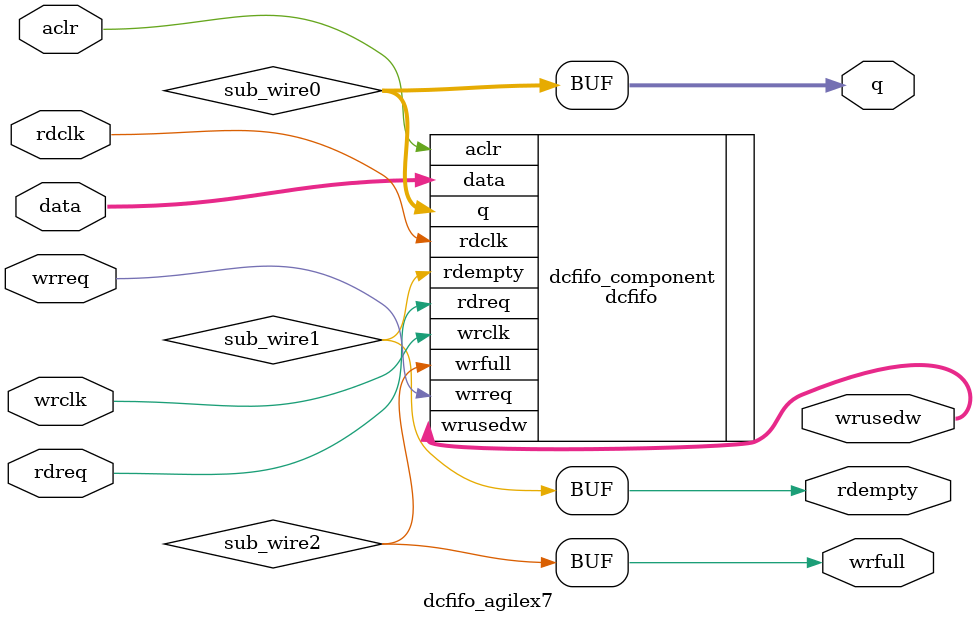
<source format=sv>



`timescale 1 ps / 1 ps
// synopsys translate_on
module  dcfifo_agilex7 #(
    parameter WIDTH = 512,
    parameter DEPTH = 8,
    parameter EXTRA_SYNC_STAGES = 0,
    parameter SHOWAHEAD = "OFF",
    parameter bit FORCE_MLAB = 0
) (
    aclr,
    data,
    rdclk,
    rdreq,
    wrclk,
    wrreq,
    q,
    rdempty,
    wrfull,
    wrusedw);

    input    aclr;
    input  [WIDTH-1:0]  data;
    input    rdclk;
    input    rdreq;
    input    wrclk;
    input    wrreq;
    output [WIDTH-1:0]  q;
    output   rdempty;
    output   wrfull;
    output [$clog2(DEPTH):0]  wrusedw;
`ifndef ALTERA_RESERVED_QIS
// synopsys translate_off
`endif
    tri0     aclr;
`ifndef ALTERA_RESERVED_QIS
// synopsys translate_on
`endif

    wire [WIDTH-1:0] sub_wire0;
    wire  sub_wire1;
    wire  sub_wire2;
    wire [WIDTH-1:0] q = sub_wire0[WIDTH-1:0];
    wire  rdempty = sub_wire1;
    wire  wrfull = sub_wire2;

    // dcfifo  dcfifo_component (
    //     .aclr (aclr),
    //     .data (data),
    //     .rdclk (rdclk),
    //     .rdreq (rdreq),
    //     .wrclk (wrclk),
    //     .wrreq (wrreq),
    //     .q (sub_wire0),
    //     .rdempty (sub_wire1),
    //     .wrfull (sub_wire2),
    //     .wrusedw (wrusedw),
    //     .eccstatus (),
    //     .rdfull (),
    //     .wrempty ());
    // defparam
    //     dcfifo_component.add_usedw_msb_bit  = "ON",
    //     dcfifo_component.enable_ecc  = "FALSE",
    //     dcfifo_component.intended_device_family  = "Agilex 7",
    //     dcfifo_component.lpm_hint  = (FORCE_MLAB == 1) ? "DISABLE_DCFIFO_EMBEDDED_TIMING_CONSTRAINT=TRUE,RAM_BLOCK_TYPE=MLAB" : "DISABLE_DCFIFO_EMBEDDED_TIMING_CONSTRAINT=TRUE",
    //     dcfifo_component.lpm_numwords  = DEPTH,
    //     dcfifo_component.lpm_showahead  = SHOWAHEAD,
    //     dcfifo_component.lpm_type  = "dcfifo",
    //     dcfifo_component.lpm_width  = WIDTH,
    //     dcfifo_component.lpm_widthu  = $clog2(DEPTH) + 1,
    //     dcfifo_component.overflow_checking  = "OFF",
    //     dcfifo_component.rdsync_delaypipe  = 4 + EXTRA_SYNC_STAGES,
    //     dcfifo_component.read_aclr_synch  = "ON",
    //     dcfifo_component.underflow_checking  = "OFF",
    //     dcfifo_component.use_eab  = "ON",
    //     dcfifo_component.write_aclr_synch  = "ON",
    //     dcfifo_component.wrsync_delaypipe  = 4 + EXTRA_SYNC_STAGES;


    dcfifo #(
        .WIDTH(WIDTH),
        .DEPTH(DEPTH),
        .EXTRA_SYNC_STAGES(EXTRA_SYNC_STAGES),
        .SHOWAHEAD(SHOWAHEAD),
        .FORCE_MLAB(FORCE_MLAB)
    ) dcfifo_component (
        .aclr(aclr),
        .data(data),
        .rdclk(rdclk),
        .rdreq(rdreq),
        .wrclk(wrclk),
        .wrreq(wrreq),
        .q(sub_wire0),
        .rdempty(sub_wire1),
        .wrfull(sub_wire2),
        .wrusedw(wrusedw)
    );

endmodule



</source>
